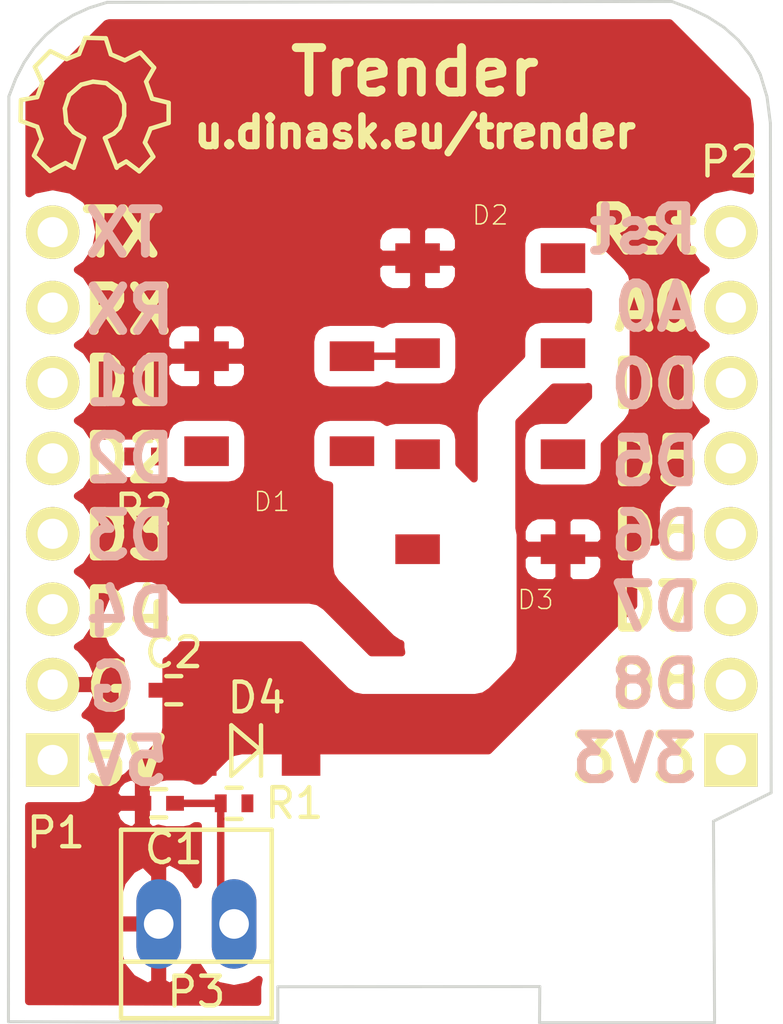
<source format=kicad_pcb>
(kicad_pcb (version 4) (host pcbnew "(2015-09-12 BZR 6188)-product")

  (general
    (links 19)
    (no_connects 11)
    (area 125.949806 78.348265 151.756027 112.850001)
    (thickness 1.6)
    (drawings 75)
    (tracks 11)
    (zones 0)
    (modules 12)
    (nets 22)
  )

  (page A4)
  (title_block
    (title SweetTime)
    (date 2016-06-27)
    (rev 2.0)
    (company Galilabs)
    (comment 1 "Fablab Lannion")
    (comment 2 http://u.dinask.eu/trender)
  )

  (layers
    (0 F.Cu signal)
    (31 B.Cu signal)
    (32 B.Adhes user)
    (33 F.Adhes user)
    (34 B.Paste user)
    (35 F.Paste user)
    (36 B.SilkS user)
    (37 F.SilkS user)
    (38 B.Mask user)
    (39 F.Mask user)
    (40 Dwgs.User user)
    (41 Cmts.User user)
    (42 Eco1.User user)
    (43 Eco2.User user)
    (44 Edge.Cuts user)
    (45 Margin user)
    (46 B.CrtYd user)
    (47 F.CrtYd user)
    (48 B.Fab user)
    (49 F.Fab user)
  )

  (setup
    (last_trace_width 0.25)
    (trace_clearance 0.2)
    (zone_clearance 0.508)
    (zone_45_only no)
    (trace_min 0.2)
    (segment_width 0.2)
    (edge_width 0.15)
    (via_size 0.6)
    (via_drill 0.4)
    (via_min_size 0.4)
    (via_min_drill 0.3)
    (uvia_size 0.3)
    (uvia_drill 0.1)
    (uvias_allowed no)
    (uvia_min_size 0.2)
    (uvia_min_drill 0.1)
    (pcb_text_width 0.3)
    (pcb_text_size 1.5 1.5)
    (mod_edge_width 0.15)
    (mod_text_size 1 1)
    (mod_text_width 0.15)
    (pad_size 2.032 1.7272)
    (pad_drill 1.016)
    (pad_to_mask_clearance 0.2)
    (aux_axis_origin 0 0)
    (visible_elements FFFFEF7F)
    (pcbplotparams
      (layerselection 0x00030_80000001)
      (usegerberextensions false)
      (excludeedgelayer true)
      (linewidth 0.100000)
      (plotframeref false)
      (viasonmask false)
      (mode 1)
      (useauxorigin false)
      (hpglpennumber 1)
      (hpglpenspeed 20)
      (hpglpendiameter 15)
      (hpglpenoverlay 2)
      (psnegative false)
      (psa4output false)
      (plotreference true)
      (plotvalue true)
      (plotinvisibletext false)
      (padsonsilk false)
      (subtractmaskfromsilk false)
      (outputformat 1)
      (mirror false)
      (drillshape 1)
      (scaleselection 1)
      (outputdirectory ../doc/))
  )

  (net 0 "")
  (net 1 /+5V)
  (net 2 /D4)
  (net 3 /D3)
  (net 4 /D2)
  (net 5 /D1)
  (net 6 /RX)
  (net 7 /TX)
  (net 8 /+3.3V)
  (net 9 /D8)
  (net 10 /D7)
  (net 11 /D6)
  (net 12 /D5)
  (net 13 /D0)
  (net 14 /A0)
  (net 15 /RST)
  (net 16 GND)
  (net 17 "Net-(D1-Pad1)")
  (net 18 "Net-(D1-Pad2)")
  (net 19 "Net-(D2-Pad2)")
  (net 20 "Net-(D3-Pad2)")
  (net 21 "Net-(D1-Pad4)")

  (net_class Default "This is the default net class."
    (clearance 0.2)
    (trace_width 0.25)
    (via_dia 0.6)
    (via_drill 0.4)
    (uvia_dia 0.3)
    (uvia_drill 0.1)
    (add_net /+3.3V)
    (add_net /+5V)
    (add_net /A0)
    (add_net /D0)
    (add_net /D1)
    (add_net /D2)
    (add_net /D3)
    (add_net /D4)
    (add_net /D5)
    (add_net /D6)
    (add_net /D7)
    (add_net /D8)
    (add_net /RST)
    (add_net /RX)
    (add_net /TX)
    (add_net GND)
    (add_net "Net-(D1-Pad1)")
    (add_net "Net-(D1-Pad2)")
    (add_net "Net-(D1-Pad4)")
    (add_net "Net-(D2-Pad2)")
    (add_net "Net-(D3-Pad2)")
  )

  (module D1_mini:D1_mini_Pin_Header (layer F.Cu) (tedit 5766B078) (tstamp 5766A936)
    (at 127.49 103.95 180)
    (descr "Through hole pin header")
    (tags "pin header")
    (path /5763EB78)
    (fp_text reference P1 (at -0.11 -2.45 180) (layer F.SilkS)
      (effects (font (size 1 1) (thickness 0.15)))
    )
    (fp_text value CONN_01X08 (at 0 -3.1 180) (layer F.Fab) hide
      (effects (font (size 1 1) (thickness 0.15)))
    )
    (fp_line (start -1.75 -1.75) (end -1.75 19.55) (layer F.CrtYd) (width 0.05))
    (fp_line (start 1.75 -1.75) (end 1.75 19.55) (layer F.CrtYd) (width 0.05))
    (fp_line (start -1.75 -1.75) (end 1.75 -1.75) (layer F.CrtYd) (width 0.05))
    (fp_line (start -1.75 19.55) (end 1.75 19.55) (layer F.CrtYd) (width 0.05))
    (pad 1 thru_hole rect (at 0 0 180) (size 1.8 1.8) (drill 1.016) (layers *.Cu *.Mask F.SilkS)
      (net 1 /+5V))
    (pad 2 thru_hole oval (at 0 2.54 180) (size 1.8 1.8) (drill 1.016) (layers *.Cu *.Mask F.SilkS)
      (net 16 GND))
    (pad 3 thru_hole oval (at 0 5.08 180) (size 1.8 1.8) (drill 1.016) (layers *.Cu *.Mask F.SilkS)
      (net 2 /D4))
    (pad 4 thru_hole oval (at 0 7.62 180) (size 1.8 1.8) (drill 1.016) (layers *.Cu *.Mask F.SilkS)
      (net 3 /D3))
    (pad 5 thru_hole oval (at 0 10.16 180) (size 1.8 1.8) (drill 1.016) (layers *.Cu *.Mask F.SilkS)
      (net 4 /D2))
    (pad 6 thru_hole oval (at 0 12.7 180) (size 1.8 1.8) (drill 1.016) (layers *.Cu *.Mask F.SilkS)
      (net 5 /D1))
    (pad 7 thru_hole oval (at 0 15.24 180) (size 1.8 1.8) (drill 1.016) (layers *.Cu *.Mask F.SilkS)
      (net 6 /RX))
    (pad 8 thru_hole oval (at 0 17.78 180) (size 1.8 1.8) (drill 1.016) (layers *.Cu *.Mask F.SilkS)
      (net 7 /TX))
    (model Pin_Headers.3dshapes/Pin_Header_Straight_1x08.wrl
      (at (xyz 0 -0.35 0))
      (scale (xyz 1 1 1))
      (rotate (xyz 0 0 90))
    )
  )

  (module D1_mini:D1_mini_Pin_Header (layer F.Cu) (tedit 5766ABD3) (tstamp 5766A941)
    (at 150.35 103.95 180)
    (descr "Through hole pin header")
    (tags "pin header")
    (path /5763EBF2)
    (fp_text reference P2 (at 0.05 20.15 180) (layer F.SilkS)
      (effects (font (size 1 1) (thickness 0.15)))
    )
    (fp_text value CONN_01X08 (at 0 -3.1 180) (layer F.Fab) hide
      (effects (font (size 1 1) (thickness 0.15)))
    )
    (fp_line (start -1.75 -1.75) (end -1.75 19.55) (layer F.CrtYd) (width 0.05))
    (fp_line (start 1.75 -1.75) (end 1.75 19.55) (layer F.CrtYd) (width 0.05))
    (fp_line (start -1.75 -1.75) (end 1.75 -1.75) (layer F.CrtYd) (width 0.05))
    (fp_line (start -1.75 19.55) (end 1.75 19.55) (layer F.CrtYd) (width 0.05))
    (pad 1 thru_hole rect (at 0 0 180) (size 1.8 1.8) (drill 1.016) (layers *.Cu *.Mask F.SilkS)
      (net 8 /+3.3V))
    (pad 2 thru_hole oval (at 0 2.54 180) (size 1.8 1.8) (drill 1.016) (layers *.Cu *.Mask F.SilkS)
      (net 9 /D8))
    (pad 3 thru_hole oval (at 0 5.08 180) (size 1.8 1.8) (drill 1.016) (layers *.Cu *.Mask F.SilkS)
      (net 10 /D7))
    (pad 4 thru_hole oval (at 0 7.62 180) (size 1.8 1.8) (drill 1.016) (layers *.Cu *.Mask F.SilkS)
      (net 11 /D6))
    (pad 5 thru_hole oval (at 0 10.16 180) (size 1.8 1.8) (drill 1.016) (layers *.Cu *.Mask F.SilkS)
      (net 12 /D5))
    (pad 6 thru_hole oval (at 0 12.7 180) (size 1.8 1.8) (drill 1.016) (layers *.Cu *.Mask F.SilkS)
      (net 13 /D0))
    (pad 7 thru_hole oval (at 0 15.24 180) (size 1.8 1.8) (drill 1.016) (layers *.Cu *.Mask F.SilkS)
      (net 14 /A0))
    (pad 8 thru_hole oval (at 0 17.78 180) (size 1.8 1.8) (drill 1.016) (layers *.Cu *.Mask F.SilkS)
      (net 15 /RST))
    (model Pin_Headers.3dshapes/Pin_Header_Straight_1x08.wrl
      (at (xyz 0 -0.35 0))
      (scale (xyz 1 1 1))
      (rotate (xyz 0 0 90))
    )
  )

  (module D1_mini:OSHW (layer F.Cu) (tedit 5766B04E) (tstamp 5766B15A)
    (at 128.9 82.1)
    (descr OSHW)
    (tags "Symbol, OSHW-Logo, Silk Screen,")
    (fp_text reference "" (at 0.09906 -4.38912) (layer F.SilkS) hide
      (effects (font (size 1 1) (thickness 0.15)))
    )
    (fp_text value OSHW (at 0 5) (layer F.Fab) hide
      (effects (font (size 1 1) (thickness 0.15)))
    )
    (fp_line (start -1.78054 0.92964) (end -2.03962 1.49098) (layer F.SilkS) (width 0.15))
    (fp_line (start -2.03962 1.49098) (end -1.50114 2.00914) (layer F.SilkS) (width 0.15))
    (fp_line (start -1.50114 2.00914) (end -0.98044 1.7399) (layer F.SilkS) (width 0.15))
    (fp_line (start -0.98044 1.7399) (end -0.70104 1.89992) (layer F.SilkS) (width 0.15))
    (fp_line (start 0.73914 1.8796) (end 1.06934 1.6891) (layer F.SilkS) (width 0.15))
    (fp_line (start 1.06934 1.6891) (end 1.50876 2.0193) (layer F.SilkS) (width 0.15))
    (fp_line (start 1.50876 2.0193) (end 1.9812 1.52908) (layer F.SilkS) (width 0.15))
    (fp_line (start 1.9812 1.52908) (end 1.69926 1.04902) (layer F.SilkS) (width 0.15))
    (fp_line (start 1.69926 1.04902) (end 1.88976 0.57912) (layer F.SilkS) (width 0.15))
    (fp_line (start 1.88976 0.57912) (end 2.49936 0.39116) (layer F.SilkS) (width 0.15))
    (fp_line (start 2.49936 0.39116) (end 2.49936 -0.28956) (layer F.SilkS) (width 0.15))
    (fp_line (start 2.49936 -0.28956) (end 1.94056 -0.42926) (layer F.SilkS) (width 0.15))
    (fp_line (start 1.94056 -0.42926) (end 1.7399 -1.00076) (layer F.SilkS) (width 0.15))
    (fp_line (start 1.7399 -1.00076) (end 2.00914 -1.47066) (layer F.SilkS) (width 0.15))
    (fp_line (start 2.00914 -1.47066) (end 1.53924 -1.9812) (layer F.SilkS) (width 0.15))
    (fp_line (start 1.53924 -1.9812) (end 1.02108 -1.71958) (layer F.SilkS) (width 0.15))
    (fp_line (start 1.02108 -1.71958) (end 0.55118 -1.92024) (layer F.SilkS) (width 0.15))
    (fp_line (start 0.55118 -1.92024) (end 0.381 -2.46126) (layer F.SilkS) (width 0.15))
    (fp_line (start 0.381 -2.46126) (end -0.30988 -2.47904) (layer F.SilkS) (width 0.15))
    (fp_line (start -0.30988 -2.47904) (end -0.5207 -1.9304) (layer F.SilkS) (width 0.15))
    (fp_line (start -0.5207 -1.9304) (end -0.9398 -1.76022) (layer F.SilkS) (width 0.15))
    (fp_line (start -0.9398 -1.76022) (end -1.49098 -2.02946) (layer F.SilkS) (width 0.15))
    (fp_line (start -1.49098 -2.02946) (end -2.00914 -1.50114) (layer F.SilkS) (width 0.15))
    (fp_line (start -2.00914 -1.50114) (end -1.76022 -0.96012) (layer F.SilkS) (width 0.15))
    (fp_line (start -1.76022 -0.96012) (end -1.9304 -0.48006) (layer F.SilkS) (width 0.15))
    (fp_line (start -1.9304 -0.48006) (end -2.47904 -0.381) (layer F.SilkS) (width 0.15))
    (fp_line (start -2.47904 -0.381) (end -2.4892 0.32004) (layer F.SilkS) (width 0.15))
    (fp_line (start -2.4892 0.32004) (end -1.9304 0.5207) (layer F.SilkS) (width 0.15))
    (fp_line (start -1.9304 0.5207) (end -1.7907 0.91948) (layer F.SilkS) (width 0.15))
    (fp_line (start 0.35052 0.89916) (end 0.65024 0.7493) (layer F.SilkS) (width 0.15))
    (fp_line (start 0.65024 0.7493) (end 0.8509 0.55118) (layer F.SilkS) (width 0.15))
    (fp_line (start 0.8509 0.55118) (end 1.00076 0.14986) (layer F.SilkS) (width 0.15))
    (fp_line (start 1.00076 0.14986) (end 1.00076 -0.24892) (layer F.SilkS) (width 0.15))
    (fp_line (start 1.00076 -0.24892) (end 0.8509 -0.59944) (layer F.SilkS) (width 0.15))
    (fp_line (start 0.8509 -0.59944) (end 0.39878 -0.94996) (layer F.SilkS) (width 0.15))
    (fp_line (start 0.39878 -0.94996) (end -0.0508 -1.00076) (layer F.SilkS) (width 0.15))
    (fp_line (start -0.0508 -1.00076) (end -0.44958 -0.89916) (layer F.SilkS) (width 0.15))
    (fp_line (start -0.44958 -0.89916) (end -0.8509 -0.55118) (layer F.SilkS) (width 0.15))
    (fp_line (start -0.8509 -0.55118) (end -1.00076 -0.09906) (layer F.SilkS) (width 0.15))
    (fp_line (start -1.00076 -0.09906) (end -0.94996 0.39878) (layer F.SilkS) (width 0.15))
    (fp_line (start -0.94996 0.39878) (end -0.70104 0.70104) (layer F.SilkS) (width 0.15))
    (fp_line (start -0.70104 0.70104) (end -0.35052 0.89916) (layer F.SilkS) (width 0.15))
    (fp_line (start -0.35052 0.89916) (end -0.70104 1.89992) (layer F.SilkS) (width 0.15))
    (fp_line (start 0.35052 0.89916) (end 0.7493 1.89992) (layer F.SilkS) (width 0.15))
  )

  (module Capacitors_SMD:C_0402 (layer F.Cu) (tedit 5772ADD6) (tstamp 57717C62)
    (at 131.064 105.41 180)
    (descr "Capacitor SMD 0402, reflow soldering, AVX (see smccp.pdf)")
    (tags "capacitor 0402")
    (path /57717D66)
    (attr smd)
    (fp_text reference C1 (at -0.508 -1.524 180) (layer F.SilkS)
      (effects (font (size 1 1) (thickness 0.15)))
    )
    (fp_text value 10n (at 0 1.7 180) (layer F.Fab) hide
      (effects (font (size 1 1) (thickness 0.15)))
    )
    (fp_line (start -1.15 -0.6) (end 1.15 -0.6) (layer F.CrtYd) (width 0.05))
    (fp_line (start -1.15 0.6) (end 1.15 0.6) (layer F.CrtYd) (width 0.05))
    (fp_line (start -1.15 -0.6) (end -1.15 0.6) (layer F.CrtYd) (width 0.05))
    (fp_line (start 1.15 -0.6) (end 1.15 0.6) (layer F.CrtYd) (width 0.05))
    (fp_line (start 0.25 -0.475) (end -0.25 -0.475) (layer F.SilkS) (width 0.15))
    (fp_line (start -0.25 0.475) (end 0.25 0.475) (layer F.SilkS) (width 0.15))
    (pad 1 smd rect (at -0.55 0 180) (size 0.6 0.5) (layers F.Cu F.Paste F.Mask)
      (net 11 /D6))
    (pad 2 smd rect (at 0.55 0 180) (size 0.6 0.5) (layers F.Cu F.Paste F.Mask)
      (net 16 GND))
    (model Capacitors_SMD.3dshapes/C_0402.wrl
      (at (xyz 0 0 0))
      (scale (xyz 1 1 1))
      (rotate (xyz 0 0 0))
    )
  )

  (module WS2812B:LED_WS2812B (layer F.Cu) (tedit 57717FD6) (tstamp 57717C6A)
    (at 135.128 91.948 180)
    (path /577173C5)
    (solder_mask_margin 0.1)
    (attr smd)
    (fp_text reference D1 (at 0.254 -3.302 180) (layer F.SilkS)
      (effects (font (size 0.64 0.64) (thickness 0.05)))
    )
    (fp_text value WS2812B (at -0.453181 3.40908 180) (layer F.SilkS) hide
      (effects (font (size 0.64 0.64) (thickness 0.05)))
    )
    (fp_line (start -2.5 2.5) (end 2.5 2.5) (layer Dwgs.User) (width 0.127))
    (fp_line (start 2.5 2.5) (end 2.5 -2.5) (layer Dwgs.User) (width 0.127))
    (fp_line (start 2.5 -2.5) (end -2.5 -2.5) (layer Dwgs.User) (width 0.127))
    (fp_line (start -2.5 -2.5) (end -2.5 2.5) (layer Dwgs.User) (width 0.127))
    (pad 1 smd rect (at -2.45 -1.6 270) (size 1 1.5) (layers F.Cu F.Paste F.Mask)
      (net 17 "Net-(D1-Pad1)") (solder_mask_margin 0.2))
    (pad 4 smd rect (at 2.45 -1.6 270) (size 1 1.5) (layers F.Cu F.Paste F.Mask)
      (net 21 "Net-(D1-Pad4)") (solder_mask_margin 0.2))
    (pad 2 smd rect (at -2.45 1.6 270) (size 1 1.5) (layers F.Cu F.Paste F.Mask)
      (net 18 "Net-(D1-Pad2)") (solder_mask_margin 0.2))
    (pad 3 smd rect (at 2.45 1.6 270) (size 1 1.5) (layers F.Cu F.Paste F.Mask)
      (net 16 GND) (solder_mask_margin 0.2))
  )

  (module WS2812B:LED_WS2812B (layer F.Cu) (tedit 57717FDD) (tstamp 57717C72)
    (at 142.24 88.646 180)
    (path /577174D3)
    (solder_mask_margin 0.1)
    (attr smd)
    (fp_text reference D2 (at 0 3.048 180) (layer F.SilkS)
      (effects (font (size 0.64 0.64) (thickness 0.05)))
    )
    (fp_text value WS2812B (at -0.453181 3.40908 180) (layer F.SilkS) hide
      (effects (font (size 0.64 0.64) (thickness 0.05)))
    )
    (fp_line (start -2.5 2.5) (end 2.5 2.5) (layer Dwgs.User) (width 0.127))
    (fp_line (start 2.5 2.5) (end 2.5 -2.5) (layer Dwgs.User) (width 0.127))
    (fp_line (start 2.5 -2.5) (end -2.5 -2.5) (layer Dwgs.User) (width 0.127))
    (fp_line (start -2.5 -2.5) (end -2.5 2.5) (layer Dwgs.User) (width 0.127))
    (pad 1 smd rect (at -2.45 -1.6 270) (size 1 1.5) (layers F.Cu F.Paste F.Mask)
      (net 1 /+5V) (solder_mask_margin 0.2))
    (pad 4 smd rect (at 2.45 -1.6 270) (size 1 1.5) (layers F.Cu F.Paste F.Mask)
      (net 18 "Net-(D1-Pad2)") (solder_mask_margin 0.2))
    (pad 2 smd rect (at -2.45 1.6 270) (size 1 1.5) (layers F.Cu F.Paste F.Mask)
      (net 19 "Net-(D2-Pad2)") (solder_mask_margin 0.2))
    (pad 3 smd rect (at 2.45 1.6 270) (size 1 1.5) (layers F.Cu F.Paste F.Mask)
      (net 16 GND) (solder_mask_margin 0.2))
  )

  (module WS2812B:LED_WS2812B (layer F.Cu) (tedit 57717FDA) (tstamp 57717C7A)
    (at 142.24 95.25)
    (path /57717547)
    (solder_mask_margin 0.1)
    (attr smd)
    (fp_text reference D3 (at 1.524 3.302) (layer F.SilkS)
      (effects (font (size 0.64 0.64) (thickness 0.05)))
    )
    (fp_text value WS2812B (at -0.453181 3.40908) (layer F.SilkS) hide
      (effects (font (size 0.64 0.64) (thickness 0.05)))
    )
    (fp_line (start -2.5 2.5) (end 2.5 2.5) (layer Dwgs.User) (width 0.127))
    (fp_line (start 2.5 2.5) (end 2.5 -2.5) (layer Dwgs.User) (width 0.127))
    (fp_line (start 2.5 -2.5) (end -2.5 -2.5) (layer Dwgs.User) (width 0.127))
    (fp_line (start -2.5 -2.5) (end -2.5 2.5) (layer Dwgs.User) (width 0.127))
    (pad 1 smd rect (at -2.45 -1.6 90) (size 1 1.5) (layers F.Cu F.Paste F.Mask)
      (net 1 /+5V) (solder_mask_margin 0.2))
    (pad 4 smd rect (at 2.45 -1.6 90) (size 1 1.5) (layers F.Cu F.Paste F.Mask)
      (net 19 "Net-(D2-Pad2)") (solder_mask_margin 0.2))
    (pad 2 smd rect (at -2.45 1.6 90) (size 1 1.5) (layers F.Cu F.Paste F.Mask)
      (net 20 "Net-(D3-Pad2)") (solder_mask_margin 0.2))
    (pad 3 smd rect (at 2.45 1.6 90) (size 1 1.5) (layers F.Cu F.Paste F.Mask)
      (net 16 GND) (solder_mask_margin 0.2))
  )

  (module Connect:PINHEAD1-2 (layer F.Cu) (tedit 5772ADDD) (tstamp 57717C86)
    (at 132.334 109.474 180)
    (path /577189A7)
    (attr virtual)
    (fp_text reference P3 (at 0 -2.286 180) (layer F.SilkS)
      (effects (font (size 1 1) (thickness 0.15)))
    )
    (fp_text value CONN_01X02 (at 0 3.81 180) (layer F.Fab) hide
      (effects (font (size 1 1) (thickness 0.15)))
    )
    (fp_line (start 2.54 -1.27) (end -2.54 -1.27) (layer F.SilkS) (width 0.15))
    (fp_line (start 2.54 3.175) (end -2.54 3.175) (layer F.SilkS) (width 0.15))
    (fp_line (start -2.54 -3.175) (end 2.54 -3.175) (layer F.SilkS) (width 0.15))
    (fp_line (start -2.54 -3.175) (end -2.54 3.175) (layer F.SilkS) (width 0.15))
    (fp_line (start 2.54 -3.175) (end 2.54 3.175) (layer F.SilkS) (width 0.15))
    (pad 1 thru_hole oval (at -1.27 0 180) (size 1.50622 3.01498) (drill 0.99822) (layers *.Cu *.Mask)
      (net 11 /D6))
    (pad 2 thru_hole oval (at 1.27 0 180) (size 1.50622 3.01498) (drill 0.99822) (layers *.Cu *.Mask)
      (net 16 GND))
  )

  (module Resistors_SMD:R_0402 (layer F.Cu) (tedit 5772ADCE) (tstamp 57717C8C)
    (at 133.604 105.41 180)
    (descr "Resistor SMD 0402, reflow soldering, Vishay (see dcrcw.pdf)")
    (tags "resistor 0402")
    (path /57717D17)
    (attr smd)
    (fp_text reference R1 (at -2.032 0 180) (layer F.SilkS)
      (effects (font (size 1 1) (thickness 0.15)))
    )
    (fp_text value 10K (at 0 1.8 180) (layer F.Fab) hide
      (effects (font (size 1 1) (thickness 0.15)))
    )
    (fp_line (start -0.95 -0.65) (end 0.95 -0.65) (layer F.CrtYd) (width 0.05))
    (fp_line (start -0.95 0.65) (end 0.95 0.65) (layer F.CrtYd) (width 0.05))
    (fp_line (start -0.95 -0.65) (end -0.95 0.65) (layer F.CrtYd) (width 0.05))
    (fp_line (start 0.95 -0.65) (end 0.95 0.65) (layer F.CrtYd) (width 0.05))
    (fp_line (start 0.25 -0.525) (end -0.25 -0.525) (layer F.SilkS) (width 0.15))
    (fp_line (start -0.25 0.525) (end 0.25 0.525) (layer F.SilkS) (width 0.15))
    (pad 1 smd rect (at -0.45 0 180) (size 0.4 0.6) (layers F.Cu F.Paste F.Mask)
      (net 12 /D5))
    (pad 2 smd rect (at 0.45 0 180) (size 0.4 0.6) (layers F.Cu F.Paste F.Mask)
      (net 11 /D6))
    (model Resistors_SMD.3dshapes/R_0402.wrl
      (at (xyz 0 0 0))
      (scale (xyz 1 1 1))
      (rotate (xyz 0 0 0))
    )
  )

  (module Capacitors_SMD:C_0402 (layer F.Cu) (tedit 5772ADC0) (tstamp 5772A79F)
    (at 131.572 101.6 180)
    (descr "Capacitor SMD 0402, reflow soldering, AVX (see smccp.pdf)")
    (tags "capacitor 0402")
    (path /5772A7DC)
    (attr smd)
    (fp_text reference C2 (at 0 1.27 180) (layer F.SilkS)
      (effects (font (size 1 1) (thickness 0.15)))
    )
    (fp_text value 4.7u (at 0 1.7 180) (layer F.Fab) hide
      (effects (font (size 1 1) (thickness 0.15)))
    )
    (fp_line (start -1.15 -0.6) (end 1.15 -0.6) (layer F.CrtYd) (width 0.05))
    (fp_line (start -1.15 0.6) (end 1.15 0.6) (layer F.CrtYd) (width 0.05))
    (fp_line (start -1.15 -0.6) (end -1.15 0.6) (layer F.CrtYd) (width 0.05))
    (fp_line (start 1.15 -0.6) (end 1.15 0.6) (layer F.CrtYd) (width 0.05))
    (fp_line (start 0.25 -0.475) (end -0.25 -0.475) (layer F.SilkS) (width 0.15))
    (fp_line (start -0.25 0.475) (end 0.25 0.475) (layer F.SilkS) (width 0.15))
    (pad 1 smd rect (at -0.55 0 180) (size 0.6 0.5) (layers F.Cu F.Paste F.Mask)
      (net 1 /+5V))
    (pad 2 smd rect (at 0.55 0 180) (size 0.6 0.5) (layers F.Cu F.Paste F.Mask)
      (net 16 GND))
    (model Capacitors_SMD.3dshapes/C_0402.wrl
      (at (xyz 0 0 0))
      (scale (xyz 1 1 1))
      (rotate (xyz 0 0 0))
    )
  )

  (module Resistors_SMD:R_0402 (layer F.Cu) (tedit 5772A7B0) (tstamp 5772A7AA)
    (at 130.556 93.726 180)
    (descr "Resistor SMD 0402, reflow soldering, Vishay (see dcrcw.pdf)")
    (tags "resistor 0402")
    (path /5772A62F)
    (attr smd)
    (fp_text reference R2 (at 0 -1.8 180) (layer F.SilkS)
      (effects (font (size 1 1) (thickness 0.15)))
    )
    (fp_text value 470 (at 0 1.8 180) (layer F.Fab) hide
      (effects (font (size 1 1) (thickness 0.15)))
    )
    (fp_line (start -0.95 -0.65) (end 0.95 -0.65) (layer F.CrtYd) (width 0.05))
    (fp_line (start -0.95 0.65) (end 0.95 0.65) (layer F.CrtYd) (width 0.05))
    (fp_line (start -0.95 -0.65) (end -0.95 0.65) (layer F.CrtYd) (width 0.05))
    (fp_line (start 0.95 -0.65) (end 0.95 0.65) (layer F.CrtYd) (width 0.05))
    (fp_line (start 0.25 -0.525) (end -0.25 -0.525) (layer F.SilkS) (width 0.15))
    (fp_line (start -0.25 0.525) (end 0.25 0.525) (layer F.SilkS) (width 0.15))
    (pad 1 smd rect (at -0.45 0 180) (size 0.4 0.6) (layers F.Cu F.Paste F.Mask)
      (net 21 "Net-(D1-Pad4)"))
    (pad 2 smd rect (at 0.45 0 180) (size 0.4 0.6) (layers F.Cu F.Paste F.Mask)
      (net 4 /D2))
    (model Resistors_SMD.3dshapes/R_0402.wrl
      (at (xyz 0 0 0))
      (scale (xyz 1 1 1))
      (rotate (xyz 0 0 0))
    )
  )

  (module Diodes_SMD:MiniMELF_Standard (layer F.Cu) (tedit 5772ADC6) (tstamp 5772AD7C)
    (at 134.112 103.632 180)
    (descr "Diode Mini-MELF Standard")
    (tags "Diode Mini-MELF Standard")
    (path /57717974)
    (attr smd)
    (fp_text reference D4 (at -0.254 1.778 180) (layer F.SilkS)
      (effects (font (size 1 1) (thickness 0.15)))
    )
    (fp_text value 1N4148 (at 0 3.81 180) (layer F.Fab) hide
      (effects (font (size 1 1) (thickness 0.15)))
    )
    (fp_line (start -2.55 -1) (end 2.55 -1) (layer F.CrtYd) (width 0.05))
    (fp_line (start 2.55 -1) (end 2.55 1) (layer F.CrtYd) (width 0.05))
    (fp_line (start 2.55 1) (end -2.55 1) (layer F.CrtYd) (width 0.05))
    (fp_line (start -2.55 1) (end -2.55 -1) (layer F.CrtYd) (width 0.05))
    (fp_line (start -0.40024 0.0508) (end 0.60052 -0.85) (layer F.SilkS) (width 0.15))
    (fp_line (start 0.60052 -0.85) (end 0.60052 0.85) (layer F.SilkS) (width 0.15))
    (fp_line (start 0.60052 0.85) (end -0.40024 0) (layer F.SilkS) (width 0.15))
    (fp_line (start -0.40024 -0.85) (end -0.40024 0.85) (layer F.SilkS) (width 0.15))
    (fp_text user K (at -1.8 1.95 180) (layer F.SilkS) hide
      (effects (font (size 1 1) (thickness 0.15)))
    )
    (fp_text user A (at 1.8 1.95 180) (layer F.SilkS) hide
      (effects (font (size 1 1) (thickness 0.15)))
    )
    (fp_circle (center 0 0) (end 0 0.55118) (layer F.Adhes) (width 0.381))
    (fp_circle (center 0 0) (end 0 0.20066) (layer F.Adhes) (width 0.381))
    (pad 1 smd rect (at -1.75006 0 180) (size 1.30048 1.69926) (layers F.Cu F.Paste F.Mask)
      (net 17 "Net-(D1-Pad1)"))
    (pad 2 smd rect (at 1.75006 0 180) (size 1.30048 1.69926) (layers F.Cu F.Paste F.Mask)
      (net 1 /+5V))
    (model Diodes_SMD.3dshapes/MiniMELF_Standard.wrl
      (at (xyz 0 0 0))
      (scale (xyz 0.3937 0.3937 0.3937))
      (rotate (xyz 0 0 0))
    )
  )

  (gr_text Trender (at 139.7 80.772) (layer F.SilkS)
    (effects (font (size 1.5 1.5) (thickness 0.3)))
  )
  (gr_text u.dinask.eu/trender (at 139.7 82.804) (layer F.SilkS)
    (effects (font (size 1 1) (thickness 0.25)))
  )
  (gr_text 3V3 (at 147.1 103.9) (layer B.SilkS) (tstamp 5766AD4B)
    (effects (font (size 1.5 1.5) (thickness 0.3)) (justify mirror))
  )
  (gr_text D8 (at 147.8 101.4) (layer B.SilkS) (tstamp 5766AD4A)
    (effects (font (size 1.5 1.5) (thickness 0.3)) (justify mirror))
  )
  (gr_text D7 (at 147.8 98.8) (layer B.SilkS) (tstamp 5766AD49)
    (effects (font (size 1.5 1.5) (thickness 0.3)) (justify mirror))
  )
  (gr_text D6 (at 147.8 96.4) (layer B.SilkS) (tstamp 5766AD48)
    (effects (font (size 1.5 1.5) (thickness 0.3)) (justify mirror))
  )
  (gr_text D5 (at 147.8 93.9) (layer B.SilkS) (tstamp 5766AD47)
    (effects (font (size 1.5 1.5) (thickness 0.3)) (justify mirror))
  )
  (gr_text D0 (at 147.8 91.3) (layer B.SilkS) (tstamp 5766AD46)
    (effects (font (size 1.5 1.5) (thickness 0.3)) (justify mirror))
  )
  (gr_text A0 (at 147.8 88.7) (layer B.SilkS) (tstamp 5766AD45)
    (effects (font (size 1.5 1.5) (thickness 0.3)) (justify mirror))
  )
  (gr_text Rst (at 147.4 86.1) (layer B.SilkS) (tstamp 5766AD44)
    (effects (font (size 1.5 1.5) (thickness 0.3)) (justify mirror))
  )
  (gr_text 5V (at 130 104) (layer B.SilkS) (tstamp 5766AD01)
    (effects (font (size 1.5 1.5) (thickness 0.3)) (justify mirror))
  )
  (gr_text G (at 129.5 101.5) (layer B.SilkS) (tstamp 5766AD00)
    (effects (font (size 1.5 1.5) (thickness 0.3)) (justify mirror))
  )
  (gr_text D4 (at 130.1 99) (layer B.SilkS) (tstamp 5766ACFF)
    (effects (font (size 1.5 1.5) (thickness 0.3)) (justify mirror))
  )
  (gr_text D3 (at 130.1 96.4) (layer B.SilkS) (tstamp 5766ACFE)
    (effects (font (size 1.5 1.5) (thickness 0.3)) (justify mirror))
  )
  (gr_text D2 (at 130.1 93.8) (layer B.SilkS) (tstamp 5766ACFD)
    (effects (font (size 1.5 1.5) (thickness 0.3)) (justify mirror))
  )
  (gr_text D1 (at 130.1 91.2) (layer B.SilkS) (tstamp 5766ACFC)
    (effects (font (size 1.5 1.5) (thickness 0.3)) (justify mirror))
  )
  (gr_text RX (at 130.1 88.8) (layer B.SilkS) (tstamp 5766ACFB)
    (effects (font (size 1.5 1.5) (thickness 0.3)) (justify mirror))
  )
  (gr_text TX (at 129.9 86.2) (layer B.SilkS) (tstamp 5766ACFA)
    (effects (font (size 1.5 1.5) (thickness 0.3)) (justify mirror))
  )
  (gr_text Rst (at 147.4 86.1) (layer F.SilkS)
    (effects (font (size 1.5 1.5) (thickness 0.3)))
  )
  (gr_text A0 (at 147.8 88.7) (layer F.SilkS)
    (effects (font (size 1.5 1.5) (thickness 0.3)))
  )
  (gr_text D0 (at 147.8 91.3) (layer F.SilkS)
    (effects (font (size 1.5 1.5) (thickness 0.3)))
  )
  (gr_text D5 (at 147.8 93.9) (layer F.SilkS)
    (effects (font (size 1.5 1.5) (thickness 0.3)))
  )
  (gr_text D6 (at 147.8 96.4) (layer F.SilkS)
    (effects (font (size 1.5 1.5) (thickness 0.3)))
  )
  (gr_text D7 (at 147.8 98.8) (layer F.SilkS)
    (effects (font (size 1.5 1.5) (thickness 0.3)))
  )
  (gr_text D8 (at 147.8 101.4) (layer F.SilkS)
    (effects (font (size 1.5 1.5) (thickness 0.3)))
  )
  (gr_text 3V3 (at 147.1 103.9) (layer F.SilkS)
    (effects (font (size 1.5 1.5) (thickness 0.3)))
  )
  (gr_text TX (at 129.8 86.2) (layer F.SilkS)
    (effects (font (size 1.5 1.5) (thickness 0.3)))
  )
  (gr_text RX (at 130 88.8) (layer F.SilkS)
    (effects (font (size 1.5 1.5) (thickness 0.3)))
  )
  (gr_text D1 (at 130 91.2) (layer F.SilkS)
    (effects (font (size 1.5 1.5) (thickness 0.3)))
  )
  (gr_text D2 (at 130 93.8) (layer F.SilkS)
    (effects (font (size 1.5 1.5) (thickness 0.3)))
  )
  (gr_text D3 (at 130 96.4) (layer F.SilkS)
    (effects (font (size 1.5 1.5) (thickness 0.3)))
  )
  (gr_text D4 (at 130 99) (layer F.SilkS)
    (effects (font (size 1.5 1.5) (thickness 0.3)))
  )
  (gr_text G (at 129.4 101.5) (layer F.SilkS)
    (effects (font (size 1.5 1.5) (thickness 0.3)))
  )
  (gr_text 5V (at 129.9 104) (layer F.SilkS)
    (effects (font (size 1.5 1.5) (thickness 0.3)))
  )
  (gr_line (start 150.461517 110.166932) (end 149.844156 110.166932) (layer Dwgs.User) (width 0.1))
  (gr_line (start 150.461517 108.173738) (end 150.461517 110.166932) (layer Dwgs.User) (width 0.1))
  (gr_line (start 149.808878 108.173738) (end 150.461517 108.173738) (layer Dwgs.User) (width 0.1))
  (gr_line (start 149.826517 112.177765) (end 149.7736 106.092349) (layer Dwgs.User) (width 0.1))
  (gr_line (start 148.256656 112.177765) (end 149.826517 112.177765) (layer Dwgs.User) (width 0.1))
  (gr_line (start 147.727489 111.683876) (end 148.256656 112.177765) (layer Dwgs.User) (width 0.1))
  (gr_line (start 146.43985 111.683876) (end 147.727489 111.683876) (layer Dwgs.User) (width 0.1))
  (gr_line (start 146.43985 106.621515) (end 146.43985 111.683876) (layer Dwgs.User) (width 0.1))
  (gr_line (start 147.692211 106.621515) (end 146.43985 106.621515) (layer Dwgs.User) (width 0.1))
  (gr_line (start 148.221378 106.092349) (end 147.692211 106.621515) (layer Dwgs.User) (width 0.1))
  (gr_line (start 149.7736 106.092349) (end 148.221378 106.092349) (layer Dwgs.User) (width 0.1))
  (gr_line (start 135.85035 112.555188) (end 135.85035 106.741451) (layer Dwgs.User) (width 0.1))
  (gr_line (start 142.989931 112.555188) (end 135.85035 112.555188) (layer Dwgs.User) (width 0.1))
  (gr_line (start 142.989931 106.741451) (end 142.989931 112.555188) (layer Dwgs.User) (width 0.1))
  (gr_line (start 135.85035 106.741451) (end 142.989931 106.741451) (layer Dwgs.User) (width 0.1))
  (gr_line (start 149.76248 106.014181) (end 149.8 112.8) (layer Edge.Cuts) (width 0.1))
  (gr_line (start 151.706026 105.053285) (end 149.76248 106.014181) (layer Edge.Cuts) (width 0.1))
  (gr_line (start 151.681078 82.498193) (end 151.706026 105.053285) (layer Edge.Cuts) (width 0.1))
  (gr_line (start 151.565482 81.605425) (end 151.681078 82.498193) (layer Edge.Cuts) (width 0.1))
  (gr_line (start 151.337122 80.850387) (end 151.565482 81.605425) (layer Edge.Cuts) (width 0.1))
  (gr_line (start 151.009595 80.21854) (end 151.337122 80.850387) (layer Edge.Cuts) (width 0.1))
  (gr_line (start 150.596503 79.695342) (end 151.009595 80.21854) (layer Edge.Cuts) (width 0.1))
  (gr_line (start 150.111445 79.266257) (end 150.596503 79.695342) (layer Edge.Cuts) (width 0.1))
  (gr_line (start 149.568018 78.916742) (end 150.111445 79.266257) (layer Edge.Cuts) (width 0.1))
  (gr_line (start 148.979824 78.632259) (end 149.568018 78.916742) (layer Edge.Cuts) (width 0.1))
  (gr_line (start 148.36046 78.398266) (end 148.979824 78.632259) (layer Edge.Cuts) (width 0.1))
  (gr_line (start 129.322547 78.427024) (end 148.36046 78.398266) (layer Edge.Cuts) (width 0.1))
  (gr_line (start 128.72475 78.61269) (end 129.322547 78.427024) (layer Edge.Cuts) (width 0.1))
  (gr_line (start 128.18056 78.859623) (end 128.72475 78.61269) (layer Edge.Cuts) (width 0.1))
  (gr_line (start 127.689488 79.167259) (end 128.18056 78.859623) (layer Edge.Cuts) (width 0.1))
  (gr_line (start 127.251047 79.535048) (end 127.689488 79.167259) (layer Edge.Cuts) (width 0.1))
  (gr_line (start 126.864747 79.962423) (end 127.251047 79.535048) (layer Edge.Cuts) (width 0.1))
  (gr_line (start 126.530099 80.448833) (end 126.864747 79.962423) (layer Edge.Cuts) (width 0.1))
  (gr_line (start 126.246616 80.993714) (end 126.530099 80.448833) (layer Edge.Cuts) (width 0.1))
  (gr_line (start 126.013805 81.596507) (end 126.246616 80.993714) (layer Edge.Cuts) (width 0.1))
  (gr_line (start 125.999807 112.766658) (end 126.013805 81.596507) (layer Edge.Cuts) (width 0.1))
  (gr_line (start 135.080603 112.792736) (end 125.999807 112.766658) (layer Edge.Cuts) (width 0.1))
  (gr_line (start 135.078627 111.590483) (end 135.080603 112.792736) (layer Edge.Cuts) (width 0.1))
  (gr_line (start 143.909849 111.583795) (end 135.078627 111.590483) (layer Edge.Cuts) (width 0.1))
  (gr_line (start 143.9 112.8) (end 143.909849 111.583795) (layer Edge.Cuts) (width 0.1))
  (gr_line (start 149.8 112.8) (end 143.9 112.8) (layer Edge.Cuts) (width 0.1))

  (segment (start 144.45 90.246) (end 144.69 90.246) (width 0.25) (layer F.Cu) (net 1) (tstamp 57717E8A))
  (segment (start 133.154 105.41) (end 133.154 109.024) (width 0.25) (layer F.Cu) (net 11))
  (segment (start 133.154 109.024) (end 133.604 109.474) (width 0.25) (layer F.Cu) (net 11) (tstamp 57717DCE))
  (segment (start 131.614 105.41) (end 133.154 105.41) (width 0.25) (layer F.Cu) (net 11))
  (segment (start 127.49 101.41) (end 127.952 101.41) (width 0.25) (layer F.Cu) (net 16))
  (segment (start 131.064 109.474) (end 131.064 107.95) (width 0.25) (layer F.Cu) (net 16))
  (segment (start 130.514 107.4) (end 130.514 105.41) (width 0.25) (layer F.Cu) (net 16) (tstamp 57717DC7))
  (segment (start 131.064 107.95) (end 130.514 107.4) (width 0.25) (layer F.Cu) (net 16) (tstamp 57717DC4))
  (segment (start 137.578 90.348) (end 139.688 90.348) (width 0.25) (layer F.Cu) (net 18))
  (segment (start 139.688 90.348) (end 139.79 90.246) (width 0.25) (layer F.Cu) (net 18) (tstamp 57717F07))
  (segment (start 132.436 93.79) (end 132.678 93.548) (width 0.25) (layer F.Cu) (net 21) (tstamp 57717DB3))

  (zone (net 16) (net_name GND) (layer F.Cu) (tstamp 57717EB8) (hatch edge 0.508)
    (connect_pads (clearance 0.508))
    (min_thickness 0.254)
    (fill yes (arc_segments 16) (thermal_gap 0.508) (thermal_bridge_width 0.508))
    (polygon
      (pts
        (xy 126.492 81.788) (xy 129.286 78.994) (xy 148.336 78.994) (xy 151.13 81.788) (xy 151.13 105.156)
        (xy 149.352 105.918) (xy 149.352 112.522) (xy 144.526 112.522) (xy 144.272 111.252) (xy 134.62 111.252)
        (xy 134.62 112.268) (xy 126.492 112.268)
      )
    )
    (filled_polygon
      (pts
        (xy 150.885398 81.723004) (xy 150.893424 81.74954) (xy 150.996126 82.542729) (xy 150.998593 84.772627) (xy 150.967491 84.751845)
        (xy 150.380072 84.635) (xy 150.319928 84.635) (xy 149.732509 84.751845) (xy 149.234519 85.084591) (xy 148.901773 85.582581)
        (xy 148.784928 86.17) (xy 148.901773 86.757419) (xy 149.234519 87.255409) (xy 149.510779 87.44) (xy 149.234519 87.624591)
        (xy 148.901773 88.122581) (xy 148.784928 88.71) (xy 148.901773 89.297419) (xy 149.234519 89.795409) (xy 149.510779 89.98)
        (xy 149.234519 90.164591) (xy 148.901773 90.662581) (xy 148.784928 91.25) (xy 148.901773 91.837419) (xy 149.234519 92.335409)
        (xy 149.510779 92.52) (xy 149.234519 92.704591) (xy 148.901773 93.202581) (xy 148.784928 93.79) (xy 148.866269 94.198929)
        (xy 148.052599 95.012599) (xy 147.887852 95.259161) (xy 147.83 95.55) (xy 147.83 96.601001) (xy 147.642833 96.600838)
        (xy 147.299057 96.742883) (xy 147.035808 97.005673) (xy 146.893162 97.349201) (xy 146.892838 97.721167) (xy 147.034883 98.064943)
        (xy 147.068 98.098118) (xy 147.068 98.745198) (xy 142.179198 103.634) (xy 133.858 103.634) (xy 133.56716 103.691852)
        (xy 133.320599 103.856599) (xy 132.616599 104.560599) (xy 132.602617 104.581524) (xy 132.502559 104.64591) (xy 132.499764 104.65)
        (xy 132.292386 104.65) (xy 132.16589 104.563569) (xy 131.914 104.51256) (xy 131.314 104.51256) (xy 131.078683 104.556838)
        (xy 131.054594 104.572339) (xy 130.940309 104.525) (xy 130.79975 104.525) (xy 130.641 104.68375) (xy 130.641 105.285)
        (xy 130.661 105.285) (xy 130.661 105.535) (xy 130.641 105.535) (xy 130.641 106.13625) (xy 130.79975 106.295)
        (xy 130.940309 106.295) (xy 131.051283 106.249033) (xy 131.06211 106.256431) (xy 131.314 106.30744) (xy 131.914 106.30744)
        (xy 132.149317 106.263162) (xy 132.294095 106.17) (xy 132.394 106.17) (xy 132.394 108.038016) (xy 132.321554 108.146439)
        (xy 132.320984 108.149306) (xy 132.297846 108.071081) (xy 131.95574 107.648276) (xy 131.477875 107.388573) (xy 131.405674 107.374217)
        (xy 131.191 107.496838) (xy 131.191 109.347) (xy 131.211 109.347) (xy 131.211 109.601) (xy 131.191 109.601)
        (xy 131.191 111.451162) (xy 131.405674 111.573783) (xy 131.477875 111.559427) (xy 131.95574 111.299724) (xy 132.297846 110.876919)
        (xy 132.320984 110.798694) (xy 132.321554 110.801561) (xy 132.622458 111.251896) (xy 133.072793 111.5528) (xy 133.604 111.658464)
        (xy 134.135207 111.5528) (xy 134.441663 111.348033) (xy 134.419549 111.460166) (xy 134.393627 111.591002) (xy 134.393688 111.591306)
        (xy 134.393628 111.591609) (xy 134.394473 112.105763) (xy 126.685114 112.083623) (xy 126.686228 109.601) (xy 129.67589 109.601)
        (xy 129.67589 110.35538) (xy 129.830154 110.876919) (xy 130.17226 111.299724) (xy 130.650125 111.559427) (xy 130.722326 111.573783)
        (xy 130.937 111.451162) (xy 130.937 109.601) (xy 129.67589 109.601) (xy 126.686228 109.601) (xy 126.68668 108.59262)
        (xy 129.67589 108.59262) (xy 129.67589 109.347) (xy 130.937 109.347) (xy 130.937 107.496838) (xy 130.722326 107.374217)
        (xy 130.650125 107.388573) (xy 130.17226 107.648276) (xy 129.830154 108.071081) (xy 129.67589 108.59262) (xy 126.68668 108.59262)
        (xy 126.687983 105.69375) (xy 129.579 105.69375) (xy 129.579 105.78631) (xy 129.675673 106.019699) (xy 129.854302 106.198327)
        (xy 130.087691 106.295) (xy 130.22825 106.295) (xy 130.387 106.13625) (xy 130.387 105.535) (xy 129.73775 105.535)
        (xy 129.579 105.69375) (xy 126.687983 105.69375) (xy 126.688072 105.49744) (xy 128.39 105.49744) (xy 128.625317 105.453162)
        (xy 128.841441 105.31409) (xy 128.986431 105.10189) (xy 129.000241 105.03369) (xy 129.579 105.03369) (xy 129.579 105.12625)
        (xy 129.73775 105.285) (xy 130.387 105.285) (xy 130.387 104.68375) (xy 130.22825 104.525) (xy 130.087691 104.525)
        (xy 129.854302 104.621673) (xy 129.675673 104.800301) (xy 129.579 105.03369) (xy 129.000241 105.03369) (xy 129.03744 104.85)
        (xy 129.03744 104.71) (xy 129.476 104.71) (xy 129.766839 104.652148) (xy 130.013401 104.487401) (xy 131.092881 103.407921)
        (xy 131.257628 103.16136) (xy 131.31548 102.87052) (xy 131.31548 100.608887) (xy 131.395357 100.575882) (xy 131.813354 100.158614)
        (xy 131.847434 100.07654) (xy 135.831738 100.07654) (xy 137.384599 101.629401) (xy 137.631161 101.794148) (xy 137.922 101.852)
        (xy 141.732 101.852) (xy 142.022839 101.794148) (xy 142.269401 101.629401) (xy 143.031401 100.867401) (xy 143.196148 100.620839)
        (xy 143.254 100.33) (xy 143.254 97.13575) (xy 143.305 97.13575) (xy 143.305 97.476309) (xy 143.401673 97.709698)
        (xy 143.580301 97.888327) (xy 143.81369 97.985) (xy 144.40425 97.985) (xy 144.563 97.82625) (xy 144.563 96.977)
        (xy 144.817 96.977) (xy 144.817 97.82625) (xy 144.97575 97.985) (xy 145.56631 97.985) (xy 145.799699 97.888327)
        (xy 145.978327 97.709698) (xy 146.075 97.476309) (xy 146.075 97.13575) (xy 145.91625 96.977) (xy 144.817 96.977)
        (xy 144.563 96.977) (xy 143.46375 96.977) (xy 143.305 97.13575) (xy 143.254 97.13575) (xy 143.254 96.354)
        (xy 143.22808 96.223691) (xy 143.305 96.223691) (xy 143.305 96.56425) (xy 143.46375 96.723) (xy 144.563 96.723)
        (xy 144.563 95.87375) (xy 144.817 95.87375) (xy 144.817 96.723) (xy 145.91625 96.723) (xy 146.075 96.56425)
        (xy 146.075 96.223691) (xy 145.978327 95.990302) (xy 145.799699 95.811673) (xy 145.56631 95.715) (xy 144.97575 95.715)
        (xy 144.817 95.87375) (xy 144.563 95.87375) (xy 144.40425 95.715) (xy 143.81369 95.715) (xy 143.580301 95.811673)
        (xy 143.401673 95.990302) (xy 143.305 96.223691) (xy 143.22808 96.223691) (xy 143.21 96.132798) (xy 143.21 92.560802)
        (xy 144.377362 91.39344) (xy 145.44 91.39344) (xy 145.544 91.373871) (xy 145.544 91.721198) (xy 144.762638 92.50256)
        (xy 143.94 92.50256) (xy 143.704683 92.546838) (xy 143.488559 92.68591) (xy 143.343569 92.89811) (xy 143.29256 93.15)
        (xy 143.29256 94.15) (xy 143.336838 94.385317) (xy 143.47591 94.601441) (xy 143.68811 94.746431) (xy 143.94 94.79744)
        (xy 145.44 94.79744) (xy 145.675317 94.753162) (xy 145.891441 94.61409) (xy 146.036431 94.40189) (xy 146.08744 94.15)
        (xy 146.08744 93.327362) (xy 146.841401 92.573401) (xy 147.006148 92.326839) (xy 147.064 92.036) (xy 147.064 87.884)
        (xy 147.006148 87.593161) (xy 146.841401 87.346599) (xy 146.08744 86.592638) (xy 146.08744 86.546) (xy 146.043162 86.310683)
        (xy 145.90409 86.094559) (xy 145.69189 85.949569) (xy 145.44 85.89856) (xy 143.94 85.89856) (xy 143.704683 85.942838)
        (xy 143.488559 86.08191) (xy 143.343569 86.29411) (xy 143.29256 86.546) (xy 143.29256 87.546) (xy 143.336838 87.781317)
        (xy 143.47591 87.997441) (xy 143.68811 88.142431) (xy 143.94 88.19344) (xy 145.44 88.19344) (xy 145.523017 88.177819)
        (xy 145.544 88.198802) (xy 145.544 89.119621) (xy 145.44 89.09856) (xy 143.94 89.09856) (xy 143.704683 89.142838)
        (xy 143.488559 89.28191) (xy 143.343569 89.49411) (xy 143.29256 89.746) (xy 143.29256 90.328638) (xy 141.912599 91.708599)
        (xy 141.747852 91.955161) (xy 141.69 92.246) (xy 141.69 94.475198) (xy 141.18744 93.972638) (xy 141.18744 93.15)
        (xy 141.143162 92.914683) (xy 141.00409 92.698559) (xy 140.79189 92.553569) (xy 140.54 92.50256) (xy 139.04 92.50256)
        (xy 138.804683 92.546838) (xy 138.760722 92.575126) (xy 138.57989 92.451569) (xy 138.328 92.40056) (xy 136.828 92.40056)
        (xy 136.592683 92.444838) (xy 136.376559 92.58391) (xy 136.231569 92.79611) (xy 136.18056 93.048) (xy 136.18056 94.048)
        (xy 136.224838 94.283317) (xy 136.36391 94.499441) (xy 136.57611 94.644431) (xy 136.818 94.693415) (xy 136.818 97.446)
        (xy 136.875852 97.736839) (xy 137.040599 97.983401) (xy 138.911139 99.853941) (xy 139.157701 100.018688) (xy 139.21841 100.030764)
        (xy 139.21841 100.16617) (xy 139.249613 100.332) (xy 138.236802 100.332) (xy 136.683941 98.779139) (xy 136.437379 98.614392)
        (xy 136.14654 98.55654) (xy 131.847827 98.55654) (xy 131.814822 98.476663) (xy 131.397554 98.058666) (xy 130.852087 97.832168)
        (xy 130.261464 97.831652) (xy 129.715603 98.057198) (xy 129.297606 98.474466) (xy 129.071108 99.019933) (xy 129.070592 99.610556)
        (xy 129.296138 100.156417) (xy 129.713406 100.574414) (xy 129.79548 100.608494) (xy 129.79548 102.555718) (xy 129.161198 103.19)
        (xy 129.03744 103.19) (xy 129.03744 103.05) (xy 128.993162 102.814683) (xy 128.85409 102.598559) (xy 128.64189 102.453569)
        (xy 128.58609 102.442269) (xy 128.80224 102.206417) (xy 128.981036 101.77474) (xy 128.860378 101.537) (xy 127.617 101.537)
        (xy 127.617 101.557) (xy 127.363 101.557) (xy 127.363 101.537) (xy 127.343 101.537) (xy 127.343 101.283)
        (xy 127.363 101.283) (xy 127.363 101.263) (xy 127.617 101.263) (xy 127.617 101.283) (xy 128.860378 101.283)
        (xy 128.981036 101.04526) (xy 128.80224 100.613583) (xy 128.397576 100.172034) (xy 128.329075 100.140097) (xy 128.605481 99.955409)
        (xy 128.938227 99.457419) (xy 129.055072 98.87) (xy 128.938227 98.282581) (xy 128.605481 97.784591) (xy 128.329221 97.6)
        (xy 128.605481 97.415409) (xy 128.938227 96.917419) (xy 129.055072 96.33) (xy 128.938227 95.742581) (xy 128.605481 95.244591)
        (xy 128.329221 95.06) (xy 128.605481 94.875409) (xy 128.822912 94.55) (xy 131.537906 94.55) (xy 131.67611 94.644431)
        (xy 131.928 94.69544) (xy 133.428 94.69544) (xy 133.663317 94.651162) (xy 133.879441 94.51209) (xy 134.024431 94.29989)
        (xy 134.07544 94.048) (xy 134.07544 93.048) (xy 134.031162 92.812683) (xy 133.89209 92.596559) (xy 133.67989 92.451569)
        (xy 133.428 92.40056) (xy 131.928 92.40056) (xy 131.692683 92.444838) (xy 131.476559 92.58391) (xy 131.331569 92.79611)
        (xy 131.284205 93.03) (xy 128.822912 93.03) (xy 128.605481 92.704591) (xy 128.329221 92.52) (xy 128.605481 92.335409)
        (xy 128.938227 91.837419) (xy 129.055072 91.25) (xy 128.938227 90.662581) (xy 128.918963 90.63375) (xy 131.293 90.63375)
        (xy 131.293 90.974309) (xy 131.389673 91.207698) (xy 131.568301 91.386327) (xy 131.80169 91.483) (xy 132.39225 91.483)
        (xy 132.551 91.32425) (xy 132.551 90.475) (xy 132.805 90.475) (xy 132.805 91.32425) (xy 132.96375 91.483)
        (xy 133.55431 91.483) (xy 133.787699 91.386327) (xy 133.966327 91.207698) (xy 134.063 90.974309) (xy 134.063 90.63375)
        (xy 133.90425 90.475) (xy 132.805 90.475) (xy 132.551 90.475) (xy 131.45175 90.475) (xy 131.293 90.63375)
        (xy 128.918963 90.63375) (xy 128.605481 90.164591) (xy 128.329221 89.98) (xy 128.605481 89.795409) (xy 128.654737 89.721691)
        (xy 131.293 89.721691) (xy 131.293 90.06225) (xy 131.45175 90.221) (xy 132.551 90.221) (xy 132.551 89.37175)
        (xy 132.805 89.37175) (xy 132.805 90.221) (xy 133.90425 90.221) (xy 134.063 90.06225) (xy 134.063 89.848)
        (xy 136.18056 89.848) (xy 136.18056 90.848) (xy 136.224838 91.083317) (xy 136.36391 91.299441) (xy 136.57611 91.444431)
        (xy 136.828 91.49544) (xy 138.328 91.49544) (xy 138.563317 91.451162) (xy 138.761037 91.323933) (xy 138.78811 91.342431)
        (xy 139.04 91.39344) (xy 140.54 91.39344) (xy 140.775317 91.349162) (xy 140.991441 91.21009) (xy 141.136431 90.99789)
        (xy 141.18744 90.746) (xy 141.18744 89.746) (xy 141.143162 89.510683) (xy 141.00409 89.294559) (xy 140.79189 89.149569)
        (xy 140.54 89.09856) (xy 139.04 89.09856) (xy 138.804683 89.142838) (xy 138.606963 89.270067) (xy 138.57989 89.251569)
        (xy 138.328 89.20056) (xy 136.828 89.20056) (xy 136.592683 89.244838) (xy 136.376559 89.38391) (xy 136.231569 89.59611)
        (xy 136.18056 89.848) (xy 134.063 89.848) (xy 134.063 89.721691) (xy 133.966327 89.488302) (xy 133.787699 89.309673)
        (xy 133.55431 89.213) (xy 132.96375 89.213) (xy 132.805 89.37175) (xy 132.551 89.37175) (xy 132.39225 89.213)
        (xy 131.80169 89.213) (xy 131.568301 89.309673) (xy 131.389673 89.488302) (xy 131.293 89.721691) (xy 128.654737 89.721691)
        (xy 128.938227 89.297419) (xy 129.055072 88.71) (xy 128.938227 88.122581) (xy 128.605481 87.624591) (xy 128.329221 87.44)
        (xy 128.491228 87.33175) (xy 138.405 87.33175) (xy 138.405 87.672309) (xy 138.501673 87.905698) (xy 138.680301 88.084327)
        (xy 138.91369 88.181) (xy 139.50425 88.181) (xy 139.663 88.02225) (xy 139.663 87.173) (xy 139.917 87.173)
        (xy 139.917 88.02225) (xy 140.07575 88.181) (xy 140.66631 88.181) (xy 140.899699 88.084327) (xy 141.078327 87.905698)
        (xy 141.175 87.672309) (xy 141.175 87.33175) (xy 141.01625 87.173) (xy 139.917 87.173) (xy 139.663 87.173)
        (xy 138.56375 87.173) (xy 138.405 87.33175) (xy 128.491228 87.33175) (xy 128.605481 87.255409) (xy 128.938227 86.757419)
        (xy 129.005405 86.419691) (xy 138.405 86.419691) (xy 138.405 86.76025) (xy 138.56375 86.919) (xy 139.663 86.919)
        (xy 139.663 86.06975) (xy 139.917 86.06975) (xy 139.917 86.919) (xy 141.01625 86.919) (xy 141.175 86.76025)
        (xy 141.175 86.419691) (xy 141.078327 86.186302) (xy 140.899699 86.007673) (xy 140.66631 85.911) (xy 140.07575 85.911)
        (xy 139.917 86.06975) (xy 139.663 86.06975) (xy 139.50425 85.911) (xy 138.91369 85.911) (xy 138.680301 86.007673)
        (xy 138.501673 86.186302) (xy 138.405 86.419691) (xy 129.005405 86.419691) (xy 129.055072 86.17) (xy 128.938227 85.582581)
        (xy 128.605481 85.084591) (xy 128.107491 84.751845) (xy 127.520072 84.635) (xy 127.459928 84.635) (xy 126.872509 84.751845)
        (xy 126.697336 84.868892) (xy 126.698732 81.760874) (xy 129.31204 79.147566) (xy 129.397575 79.121) (xy 148.283394 79.121)
      )
    )
  )
)

</source>
